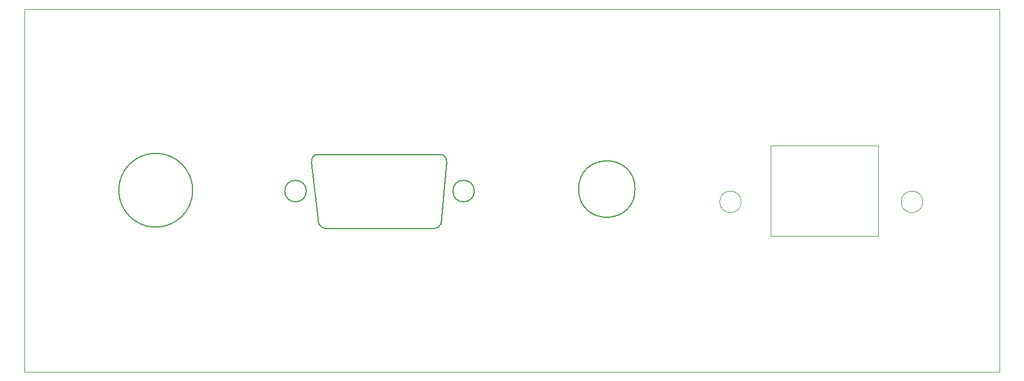
<source format=gbr>
%TF.GenerationSoftware,KiCad,Pcbnew,8.0.1*%
%TF.CreationDate,2025-07-27T10:49:03+02:00*%
%TF.ProjectId,SVX_Node_Case_back,5356585f-4e6f-4646-955f-436173655f62,rev?*%
%TF.SameCoordinates,Original*%
%TF.FileFunction,Profile,NP*%
%FSLAX46Y46*%
G04 Gerber Fmt 4.6, Leading zero omitted, Abs format (unit mm)*
G04 Created by KiCad (PCBNEW 8.0.1) date 2025-07-27 10:49:03*
%MOMM*%
%LPD*%
G01*
G04 APERTURE LIST*
%TA.AperFunction,Profile*%
%ADD10C,0.200000*%
%TD*%
%TA.AperFunction,Profile*%
%ADD11C,0.050000*%
%TD*%
G04 APERTURE END LIST*
D10*
X105510000Y-96970000D02*
G75*
G02*
X94510000Y-96970000I-5500000J0D01*
G01*
X94510000Y-96970000D02*
G75*
G02*
X105510000Y-96970000I5500000J0D01*
G01*
X142439741Y-101966814D02*
G75*
G02*
X141299999Y-102700021I-1099841J457214D01*
G01*
D11*
X191500000Y-90300000D02*
X207500000Y-90300000D01*
X207500000Y-103800000D01*
X191500000Y-103800000D01*
X191500000Y-90300000D01*
D10*
X123193339Y-92702638D02*
G75*
G02*
X123760609Y-91697018I909361J149838D01*
G01*
X171310000Y-96800000D02*
G75*
G02*
X162910000Y-96800000I-4200000J0D01*
G01*
X162910000Y-96800000D02*
G75*
G02*
X171310000Y-96800000I4200000J0D01*
G01*
X125300000Y-102699999D02*
X141300000Y-102700000D01*
X142439742Y-101966814D02*
X143280000Y-92710000D01*
X147400000Y-97100000D02*
G75*
G02*
X144200000Y-97100000I-1600000J0D01*
G01*
X144200000Y-97100000D02*
G75*
G02*
X147400000Y-97100000I1600000J0D01*
G01*
X123760614Y-91697031D02*
X142706733Y-91700000D01*
X122400000Y-97100000D02*
G75*
G02*
X119200000Y-97100000I-1600000J0D01*
G01*
X119200000Y-97100000D02*
G75*
G02*
X122400000Y-97100000I1600000J0D01*
G01*
X125300000Y-102699998D02*
G75*
G02*
X124273804Y-101967453I75200J1190398D01*
G01*
X142710000Y-91700000D02*
G75*
G02*
X143277286Y-92705609I-342100J-855800D01*
G01*
X124273766Y-101967469D02*
X123193338Y-92702638D01*
D11*
X187100000Y-98700000D02*
G75*
G02*
X183900000Y-98700000I-1600000J0D01*
G01*
X183900000Y-98700000D02*
G75*
G02*
X187100000Y-98700000I1600000J0D01*
G01*
X214100000Y-98700000D02*
G75*
G02*
X210900000Y-98700000I-1600000J0D01*
G01*
X210900000Y-98700000D02*
G75*
G02*
X214100000Y-98700000I1600000J0D01*
G01*
X80500000Y-70000000D02*
X225500000Y-70000000D01*
X225500000Y-124000000D01*
X80500000Y-124000000D01*
X80500000Y-70000000D01*
M02*

</source>
